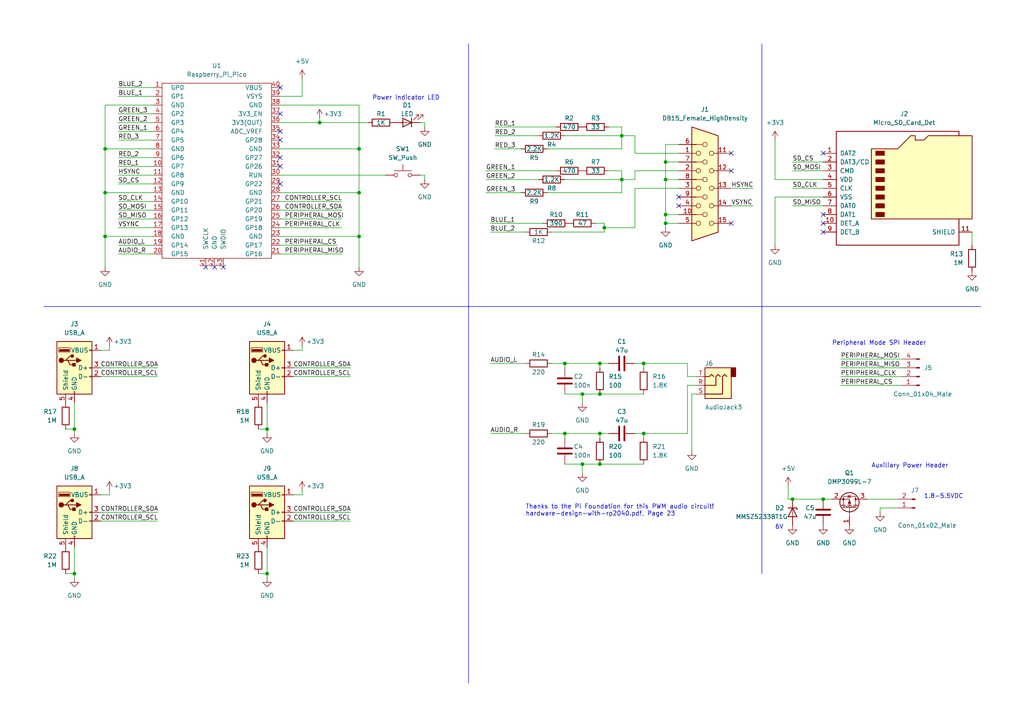
<source format=kicad_sch>
(kicad_sch (version 20230121) (generator eeschema)
  (paper "A4")
  (title_block (title "pico-vga") (rev "2"))
  (lib_symbols
    (symbol "Connector:AudioJack3"
      (property "Reference" "J" (at 0 8.89 0))
      (property "Value" "AudioJack3" (at 0 6.35 0))
      (symbol "AudioJack3_0_1"
        (rectangle (start -5.08 -5.08) (end -6.35 -2.54) (stroke (width 0.254)) (fill (type outline)))
        (polyline (pts (xy 0 -2.54) (xy 0.635 -3.175) (xy 1.27 -2.54) (xy 2.54 -2.54)) (stroke (width 0.254)))
        (polyline (pts (xy -1.905 -2.54) (xy -1.27 -3.175) (xy -0.635 -2.54) (xy -0.635 0) (xy 2.54 0)) (stroke (width 0.254)))
        (polyline (pts (xy 2.54 2.54) (xy -2.54 2.54) (xy -2.54 -2.54) (xy -3.175 -3.175) (xy -3.81 -2.54)) (stroke (width 0.254)))
        (rectangle (start 2.54 3.81) (end -5.08 -5.08) (stroke (width 0.254)) (fill (type background)))
      )
      (symbol "AudioJack3_1_1"
        (pin passive line (at 5.08 0 180) (length 2.54) (name "~") (number "R"))
        (pin passive line (at 5.08 2.54 180) (length 2.54) (name "~") (number "S"))
        (pin passive line (at 5.08 -2.54 180) (length 2.54) (name "~") (number "T"))
      )
    )
    (symbol "Connector:Conn_01x02_Male" (pin_names (offset 1.016) hide)
      (property "Reference" "J" (at 0 2.54 0))
      (property "Value" "Conn_01x02_Male" (at 0 -5.08 0))
      (symbol "Conn_01x02_Male_1_1"
        (polyline (pts (xy 1.27 -2.54) (xy 0.8636 -2.54)) (stroke (width 0.1524)))
        (polyline (pts (xy 1.27 0) (xy 0.8636 0)) (stroke (width 0.1524)))
        (rectangle (start 0.8636 -2.413) (end 0 -2.667) (stroke (width 0.1524)) (fill (type outline)))
        (rectangle (start 0.8636 0.127) (end 0 -0.127) (stroke (width 0.1524)) (fill (type outline)))
        (pin passive line (at 5.08 0 180) (length 3.81) (name "Pin_1") (number "1"))
        (pin passive line (at 5.08 -2.54 180) (length 3.81) (name "Pin_2") (number "2"))
      )
    )
    (symbol "Connector:Conn_01x04_Male" (pin_names (offset 1.016) hide)
      (property "Reference" "J" (at 0 5.08 0))
      (property "Value" "Conn_01x04_Male" (at 0 -7.62 0))
      (symbol "Conn_01x04_Male_1_1"
        (polyline (pts (xy 1.27 -5.08) (xy 0.8636 -5.08)) (stroke (width 0.1524)))
        (polyline (pts (xy 1.27 -2.54) (xy 0.8636 -2.54)) (stroke (width 0.1524)))
        (polyline (pts (xy 1.27 0) (xy 0.8636 0)) (stroke (width 0.1524)))
        (polyline (pts (xy 1.27 2.54) (xy 0.8636 2.54)) (stroke (width 0.1524)))
        (rectangle (start 0.8636 -4.953) (end 0 -5.207) (stroke (width 0.1524)) (fill (type outline)))
        (rectangle (start 0.8636 -2.413) (end 0 -2.667) (stroke (width 0.1524)) (fill (type outline)))
        (rectangle (start 0.8636 0.127) (end 0 -0.127) (stroke (width 0.1524)) (fill (type outline)))
        (rectangle (start 0.8636 2.667) (end 0 2.413) (stroke (width 0.1524)) (fill (type outline)))
        (pin passive line (at 5.08 2.54 180) (length 3.81) (name "Pin_1") (number "1"))
        (pin passive line (at 5.08 0 180) (length 3.81) (name "Pin_2") (number "2"))
        (pin passive line (at 5.08 -2.54 180) (length 3.81) (name "Pin_3") (number "3"))
        (pin passive line (at 5.08 -5.08 180) (length 3.81) (name "Pin_4") (number "4"))
      )
    )
    (symbol "Connector:DB15_Female_HighDensity" (pin_names (offset 1.016) hide)
      (property "Reference" "J" (at 0 21.59 0))
      (property "Value" "DB15_Female_HighDensity" (at 0 19.05 0))
      (symbol "DB15_Female_HighDensity_0_1"
        (circle (center -1.905 -10.16) (radius 0.635))
        (circle (center -1.905 -5.08) (radius 0.635))
        (circle (center -1.905 0) (radius 0.635))
        (circle (center -1.905 5.08) (radius 0.635))
        (circle (center -1.905 10.16) (radius 0.635))
        (circle (center 0 -7.62) (radius 0.635))
        (circle (center 0 -2.54) (radius 0.635))
        (polyline (pts (xy -3.175 7.62) (xy -0.635 7.62)))
        (polyline (pts (xy -0.635 -7.62) (xy -3.175 -7.62)))
        (polyline (pts (xy -0.635 -2.54) (xy -3.175 -2.54)))
        (polyline (pts (xy -0.635 2.54) (xy -3.175 2.54)))
        (polyline (pts (xy -0.635 12.7) (xy -3.175 12.7)))
        (polyline (pts (xy -3.81 17.78) (xy -3.81 -15.24) (xy 3.81 -12.7) (xy 3.81 15.24) (xy -3.81 17.78)) (stroke (width 0.254)) (fill (type background)))
        (circle (center 0 2.54) (radius 0.635))
        (circle (center 0 7.62) (radius 0.635))
        (circle (center 0 12.7) (radius 0.635))
        (circle (center 1.905 -10.16) (radius 0.635))
        (circle (center 1.905 -5.08) (radius 0.635))
        (circle (center 1.905 0) (radius 0.635))
        (circle (center 1.905 5.08) (radius 0.635))
        (circle (center 1.905 10.16) (radius 0.635))
      )
      (symbol "DB15_Female_HighDensity_1_1"
        (pin passive line (at -7.62 10.16 0) (length 5.08) (name "~") (number "1"))
        (pin passive line (at -7.62 -7.62 0) (length 5.08) (name "~") (number "10"))
        (pin passive line (at 7.62 10.16 180) (length 5.08) (name "~") (number "11"))
        (pin passive line (at 7.62 5.08 180) (length 5.08) (name "~") (number "12"))
        (pin passive line (at 7.62 0 180) (length 5.08) (name "~") (number "13"))
        (pin passive line (at 7.62 -5.08 180) (length 5.08) (name "~") (number "14"))
        (pin passive line (at 7.62 -10.16 180) (length 5.08) (name "~") (number "15"))
        (pin passive line (at -7.62 5.08 0) (length 5.08) (name "~") (number "2"))
        (pin passive line (at -7.62 0 0) (length 5.08) (name "~") (number "3"))
        (pin passive line (at -7.62 -5.08 0) (length 5.08) (name "~") (number "4"))
        (pin passive line (at -7.62 -10.16 0) (length 5.08) (name "~") (number "5"))
        (pin passive line (at -7.62 12.7 0) (length 5.08) (name "~") (number "6"))
        (pin passive line (at -7.62 7.62 0) (length 5.08) (name "~") (number "7"))
        (pin passive line (at -7.62 2.54 0) (length 5.08) (name "~") (number "8"))
        (pin passive line (at -7.62 -2.54 0) (length 5.08) (name "~") (number "9"))
      )
    )
    (symbol "Connector:Micro_SD_Card_Det" (pin_names (offset 1.016))
      (property "Reference" "J" (at -16.51 17.78 0))
      (property "Value" "Micro_SD_Card_Det" (at 16.51 17.78 0))
      (symbol "Micro_SD_Card_Det_0_1"
        (rectangle (start -7.62 -6.985) (end -5.08 -8.255) (fill (type outline)))
        (rectangle (start -7.62 -4.445) (end -5.08 -5.715) (fill (type outline)))
        (rectangle (start -7.62 -1.905) (end -5.08 -3.175) (fill (type outline)))
        (rectangle (start -7.62 0.635) (end -5.08 -0.635) (fill (type outline)))
        (rectangle (start -7.62 3.175) (end -5.08 1.905) (fill (type outline)))
        (rectangle (start -7.62 5.715) (end -5.08 4.445) (fill (type outline)))
        (rectangle (start -7.62 8.255) (end -5.08 6.985) (fill (type outline)))
        (rectangle (start -7.62 10.795) (end -5.08 9.525) (fill (type outline)))
        (polyline (pts (xy 16.51 15.24) (xy 16.51 16.51) (xy -19.05 16.51) (xy -19.05 -16.51) (xy 16.51 -16.51) (xy 16.51 -8.89)) (stroke (width 0.254)))
        (polyline (pts (xy -8.89 -8.89) (xy -8.89 11.43) (xy -1.27 11.43) (xy 2.54 15.24) (xy 3.81 15.24) (xy 3.81 13.97) (xy 6.35 13.97) (xy 7.62 15.24) (xy 20.32 15.24) (xy 20.32 -8.89) (xy -8.89 -8.89)) (stroke (width 0.254)) (fill (type background)))
      )
      (symbol "Micro_SD_Card_Det_1_1"
        (pin bidirectional line (at -22.86 10.16 0) (length 3.81) (name "DAT2") (number "1"))
        (pin passive line (at -22.86 -10.16 0) (length 3.81) (name "DET_A") (number "10"))
        (pin passive line (at 20.32 -12.7 180) (length 3.81) (name "SHIELD") (number "11"))
        (pin bidirectional line (at -22.86 7.62 0) (length 3.81) (name "DAT3/CD") (number "2"))
        (pin input line (at -22.86 5.08 0) (length 3.81) (name "CMD") (number "3"))
        (pin power_in line (at -22.86 2.54 0) (length 3.81) (name "VDD") (number "4"))
        (pin input line (at -22.86 0 0) (length 3.81) (name "CLK") (number "5"))
        (pin power_in line (at -22.86 -2.54 0) (length 3.81) (name "VSS") (number "6"))
        (pin bidirectional line (at -22.86 -5.08 0) (length 3.81) (name "DAT0") (number "7"))
        (pin bidirectional line (at -22.86 -7.62 0) (length 3.81) (name "DAT1") (number "8"))
        (pin passive line (at -22.86 -12.7 0) (length 3.81) (name "DET_B") (number "9"))
      )
    )
    (symbol "Connector:USB_A" (pin_names (offset 1.016))
      (property "Reference" "J" (at -5.08 11.43 0))
      (property "Value" "USB_A" (at -5.08 8.89 0))
      (symbol "USB_A_0_1"
        (rectangle (start -5.08 -7.62) (end 5.08 7.62) (stroke (width 0.254)) (fill (type background)))
        (circle (center -3.81 2.159) (radius 0.635) (stroke (width 0.254)) (fill (type outline)))
        (rectangle (start -1.524 4.826) (end -4.318 5.334) (fill (type outline)))
        (rectangle (start -1.27 4.572) (end -4.572 5.842))
        (circle (center -0.635 3.429) (radius 0.381) (stroke (width 0.254)) (fill (type outline)))
        (rectangle (start -0.127 -7.62) (end 0.127 -6.858))
        (polyline (pts (xy -3.175 2.159) (xy -2.54 2.159) (xy -1.27 3.429) (xy -0.635 3.429)) (stroke (width 0.254)))
        (polyline (pts (xy -2.54 2.159) (xy -1.905 2.159) (xy -1.27 0.889) (xy 0 0.889)) (stroke (width 0.254)))
        (polyline (pts (xy 0.635 2.794) (xy 0.635 1.524) (xy 1.905 2.159) (xy 0.635 2.794)) (stroke (width 0.254)) (fill (type outline)))
        (rectangle (start 0.254 1.27) (end -0.508 0.508) (stroke (width 0.254)) (fill (type outline)))
        (rectangle (start 5.08 -2.667) (end 4.318 -2.413))
        (rectangle (start 5.08 -0.127) (end 4.318 0.127))
        (rectangle (start 5.08 4.953) (end 4.318 5.207))
      )
      (symbol "USB_A_1_1"
        (polyline (pts (xy -1.905 2.159) (xy 0.635 2.159)) (stroke (width 0.254)))
        (pin power_in line (at 7.62 5.08 180) (length 2.54) (name "VBUS") (number "1"))
        (pin bidirectional line (at 7.62 -2.54 180) (length 2.54) (name "D-") (number "2"))
        (pin bidirectional line (at 7.62 0 180) (length 2.54) (name "D+") (number "3"))
        (pin power_in line (at 0 -10.16 90) (length 2.54) (name "GND") (number "4"))
        (pin passive line (at -2.54 -10.16 90) (length 2.54) (name "Shield") (number "5"))
      )
    )
    (symbol "Device:C" (pin_numbers hide) (pin_names (offset 0.254))
      (property "Reference" "C" (at 0.635 2.54 0))
      (property "Value" "C" (at 0.635 -2.54 0))
      (symbol "C_0_1"
        (polyline (pts (xy -2.032 -0.762) (xy 2.032 -0.762)) (stroke (width 0.508)))
        (polyline (pts (xy -2.032 0.762) (xy 2.032 0.762)) (stroke (width 0.508)))
      )
      (symbol "C_1_1"
        (pin passive line (at 0 3.81 270) (length 2.794) (name "~") (number "1"))
        (pin passive line (at 0 -3.81 90) (length 2.794) (name "~") (number "2"))
      )
    )
    (symbol "Device:D_Zener" (pin_numbers hide) (pin_names (offset 1.016) hide)
      (property "Reference" "D" (at 0 2.54 0))
      (property "Value" "D_Zener" (at 0 -2.54 0))
      (symbol "D_Zener_0_1"
        (polyline (pts (xy 1.27 0) (xy -1.27 0)))
        (polyline (pts (xy -1.27 -1.27) (xy -1.27 1.27) (xy -0.762 1.27)) (stroke (width 0.254)))
        (polyline (pts (xy 1.27 -1.27) (xy 1.27 1.27) (xy -1.27 0) (xy 1.27 -1.27)) (stroke (width 0.254)))
      )
      (symbol "D_Zener_1_1"
        (pin passive line (at -3.81 0 0) (length 2.54) (name "K") (number "1"))
        (pin passive line (at 3.81 0 180) (length 2.54) (name "A") (number "2"))
      )
    )
    (symbol "Device:LED" (pin_numbers hide) (pin_names (offset 1.016) hide)
      (property "Reference" "D" (at 0 2.54 0))
      (property "Value" "LED" (at 0 -2.54 0))
      (symbol "LED_0_1"
        (polyline (pts (xy -1.27 -1.27) (xy -1.27 1.27)) (stroke (width 0.254)))
        (polyline (pts (xy -1.27 0) (xy 1.27 0)))
        (polyline (pts (xy 1.27 -1.27) (xy 1.27 1.27) (xy -1.27 0) (xy 1.27 -1.27)) (stroke (width 0.254)))
        (polyline (pts (xy -3.048 -0.762) (xy -4.572 -2.286) (xy -3.81 -2.286) (xy -4.572 -2.286) (xy -4.572 -1.524)))
        (polyline (pts (xy -1.778 -0.762) (xy -3.302 -2.286) (xy -2.54 -2.286) (xy -3.302 -2.286) (xy -3.302 -1.524)))
      )
      (symbol "LED_1_1"
        (pin passive line (at -3.81 0 0) (length 2.54) (name "K") (number "1"))
        (pin passive line (at 3.81 0 180) (length 2.54) (name "A") (number "2"))
      )
    )
    (symbol "Device:Q_PMOS_GSD" (pin_names (offset 0) hide)
      (property "Reference" "Q" (at 5.08 1.27 0))
      (property "Value" "Q_PMOS_GSD" (at 5.08 -1.27 0))
      (symbol "Q_PMOS_GSD_0_1"
        (polyline (pts (xy 0.254 0) (xy -2.54 0)))
        (polyline (pts (xy 0.254 1.905) (xy 0.254 -1.905)) (stroke (width 0.254)))
        (polyline (pts (xy 0.762 -1.27) (xy 0.762 -2.286)) (stroke (width 0.254)))
        (polyline (pts (xy 0.762 0.508) (xy 0.762 -0.508)) (stroke (width 0.254)))
        (polyline (pts (xy 0.762 2.286) (xy 0.762 1.27)) (stroke (width 0.254)))
        (polyline (pts (xy 2.54 2.54) (xy 2.54 1.778)))
        (polyline (pts (xy 2.54 -2.54) (xy 2.54 0) (xy 0.762 0)))
        (polyline (pts (xy 0.762 1.778) (xy 3.302 1.778) (xy 3.302 -1.778) (xy 0.762 -1.778)))
        (polyline (pts (xy 2.286 0) (xy 1.27 0.381) (xy 1.27 -0.381) (xy 2.286 0)) (fill (type outline)))
        (polyline (pts (xy 2.794 -0.508) (xy 2.921 -0.381) (xy 3.683 -0.381) (xy 3.81 -0.254)))
        (polyline (pts (xy 3.302 -0.381) (xy 2.921 0.254) (xy 3.683 0.254) (xy 3.302 -0.381)))
        (circle (center 1.651 0) (radius 2.794) (stroke (width 0.254)))
        (circle (center 2.54 -1.778) (radius 0.254) (fill (type outline)))
        (circle (center 2.54 1.778) (radius 0.254) (fill (type outline)))
      )
      (symbol "Q_PMOS_GSD_1_1"
        (pin input line (at -5.08 0 0) (length 2.54) (name "G") (number "1"))
        (pin passive line (at 2.54 -5.08 90) (length 2.54) (name "S") (number "2"))
        (pin passive line (at 2.54 5.08 270) (length 2.54) (name "D") (number "3"))
      )
    )
    (symbol "Device:R" (pin_numbers hide) (pin_names (offset 0))
      (property "Reference" "R" (at 2.032 0 90))
      (property "Value" "R" (at 0 0 90))
      (symbol "R_0_1"
        (rectangle (start -1.016 -2.54) (end 1.016 2.54) (stroke (width 0.254)))
      )
      (symbol "R_1_1"
        (pin passive line (at 0 3.81 270) (length 1.27) (name "~") (number "1"))
        (pin passive line (at 0 -3.81 90) (length 1.27) (name "~") (number "2"))
      )
    )
    (symbol "Switch:SW_Push" (pin_numbers hide) (pin_names (offset 1.016) hide)
      (property "Reference" "SW" (at 1.27 2.54 0))
      (property "Value" "SW_Push" (at 0 -1.524 0))
      (symbol "SW_Push_0_1"
        (circle (center -2.032 0) (radius 0.508))
        (polyline (pts (xy 0 1.27) (xy 0 3.048)))
        (polyline (pts (xy 2.54 1.27) (xy -2.54 1.27)))
        (circle (center 2.032 0) (radius 0.508))
        (pin passive line (at -5.08 0 0) (length 2.54) (name "1") (number "1"))
        (pin passive line (at 5.08 0 180) (length 2.54) (name "2") (number "2"))
      )
    )
    (symbol "pico-vga:Raspberry_Pi_Pico" (pin_names (offset 2.54))
      (property "Reference" "U" (at 13.97 -38.1 0))
      (property "Value" "Raspberry_Pi_Pico" (at 15.24 -26.67 90))
      (symbol "Raspberry_Pi_Pico_0_1"
        (rectangle (start 0 0) (end 31.75 -50.8))
      )
      (symbol "Raspberry_Pi_Pico_1_1"
        (pin bidirectional line (at -2.54 -1.27 0) (length 2.54) (name "GP0") (number "1"))
        (pin bidirectional line (at -2.54 -24.13 0) (length 2.54) (name "GP7") (number "10"))
        (pin bidirectional line (at -2.54 -26.67 0) (length 2.54) (name "GP8") (number "11"))
        (pin bidirectional line (at -2.54 -29.21 0) (length 2.54) (name "GP9") (number "12"))
        (pin bidirectional line (at -2.54 -31.75 0) (length 2.54) (name "GND") (number "13"))
        (pin bidirectional line (at -2.54 -34.29 0) (length 2.54) (name "GP10") (number "14"))
        (pin bidirectional line (at -2.54 -36.83 0) (length 2.54) (name "GP11") (number "15"))
        (pin bidirectional line (at -2.54 -39.37 0) (length 2.54) (name "GP12") (number "16"))
        (pin bidirectional line (at -2.54 -41.91 0) (length 2.54) (name "GP13") (number "17"))
        (pin bidirectional line (at -2.54 -44.45 0) (length 2.54) (name "GND") (number "18"))
        (pin bidirectional line (at -2.54 -46.99 0) (length 2.54) (name "GP14") (number "19"))
        (pin bidirectional line (at -2.54 -3.81 0) (length 2.54) (name "GP1") (number "2"))
        (pin bidirectional line (at -2.54 -49.53 0) (length 2.54) (name "GP15") (number "20"))
        (pin bidirectional line (at 34.29 -49.53 180) (length 2.54) (name "GP16") (number "21"))
        (pin bidirectional line (at 34.29 -46.99 180) (length 2.54) (name "GP17") (number "22"))
        (pin bidirectional line (at 34.29 -44.45 180) (length 2.54) (name "GND") (number "23"))
        (pin bidirectional line (at 34.29 -41.91 180) (length 2.54) (name "GP18") (number "24"))
        (pin bidirectional line (at 34.29 -39.37 180) (length 2.54) (name "GP19") (number "25"))
        (pin bidirectional line (at 34.29 -36.83 180) (length 2.54) (name "GP20") (number "26"))
        (pin bidirectional line (at 34.29 -34.29 180) (length 2.54) (name "GP21") (number "27"))
        (pin bidirectional line (at 34.29 -31.75 180) (length 2.54) (name "GND") (number "28"))
        (pin bidirectional line (at 34.29 -29.21 180) (length 2.54) (name "GP22") (number "29"))
        (pin bidirectional line (at -2.54 -6.35 0) (length 2.54) (name "GND") (number "3"))
        (pin input line (at 34.29 -26.67 180) (length 2.54) (name "RUN") (number "30"))
        (pin bidirectional line (at 34.29 -24.13 180) (length 2.54) (name "GP26") (number "31"))
        (pin bidirectional line (at 34.29 -21.59 180) (length 2.54) (name "GP27") (number "32"))
        (pin bidirectional line (at 34.29 -19.05 180) (length 2.54) (name "GND") (number "33"))
        (pin bidirectional line (at 34.29 -16.51 180) (length 2.54) (name "GP28") (number "34"))
        (pin input line (at 34.29 -13.97 180) (length 2.54) (name "ADC_VREF") (number "35"))
        (pin power_out line (at 34.29 -11.43 180) (length 2.54) (name "3V3(OUT)") (number "36"))
        (pin input line (at 34.29 -8.89 180) (length 2.54) (name "3V3_EN") (number "37"))
        (pin bidirectional line (at 34.29 -6.35 180) (length 2.54) (name "GND") (number "38"))
        (pin power_in line (at 34.29 -3.81 180) (length 2.54) (name "VSYS") (number "39"))
        (pin bidirectional line (at -2.54 -8.89 0) (length 2.54) (name "GP2") (number "4"))
        (pin power_in line (at 34.29 -1.27 180) (length 2.54) (name "VBUS") (number "40"))
        (pin input line (at 12.7 -53.34 90) (length 2.54) (name "SWCLK") (number "41"))
        (pin power_in line (at 15.24 -53.34 90) (length 2.54) (name "GND") (number "42"))
        (pin input line (at 17.78 -53.34 90) (length 2.54) (name "SWDIO") (number "43"))
        (pin bidirectional line (at -2.54 -11.43 0) (length 2.54) (name "GP3") (number "5"))
        (pin bidirectional line (at -2.54 -13.97 0) (length 2.54) (name "GP4") (number "6"))
        (pin bidirectional line (at -2.54 -16.51 0) (length 2.54) (name "GP5") (number "7"))
        (pin bidirectional line (at -2.54 -19.05 0) (length 2.54) (name "GND") (number "8"))
        (pin bidirectional line (at -2.54 -21.59 0) (length 2.54) (name "GP6") (number "9"))
      )
    )
    (symbol "power:+3V3" (power) (pin_names (offset 0))
      (property "Value" "+3V3" (at 0 3.556 0))
      (symbol "+3V3_0_1"
        (polyline (pts (xy -0.762 1.27) (xy 0 2.54)))
        (polyline (pts (xy 0 0) (xy 0 2.54)))
        (polyline (pts (xy 0 2.54) (xy 0.762 1.27)))
      )
      (symbol "+3V3_1_1"
        (pin power_in line (at 0 0 90) (length 0) hide (name "+3V3") (number "1"))
      )
    )
    (symbol "power:+5V" (power) (pin_names (offset 0))
      (property "Value" "+5V" (at 0 3.556 0))
      (symbol "+5V_0_1"
        (polyline (pts (xy -0.762 1.27) (xy 0 2.54)))
        (polyline (pts (xy 0 0) (xy 0 2.54)))
        (polyline (pts (xy 0 2.54) (xy 0.762 1.27)))
      )
      (symbol "+5V_1_1"
        (pin power_in line (at 0 0 90) (length 0) hide (name "+5V") (number "1"))
      )
    )
    (symbol "power:GND" (power) (pin_names (offset 0))
      (property "Value" "GND" (at 0 -3.81 0))
      (symbol "GND_0_1"
        (polyline (pts (xy 0 0) (xy 0 -1.27) (xy 1.27 -1.27) (xy 0 -2.54) (xy -1.27 -1.27) (xy 0 -1.27)))
      )
      (symbol "GND_1_1"
        (pin power_in line (at 0 0 270) (length 0) hide (name "GND") (number "1"))
      )
    )
  )
  (junction (at 30.48 43.18))
  (junction (at 30.48 55.88))
  (junction (at 104.14 43.18))
  (junction (at 163.83 105.41))
  (junction (at 104.14 68.58))
  (junction (at 173.99 114.3))
  (junction (at 175.26 66.04))
  (junction (at 238.76 144.78))
  (junction (at 180.34 52.07))
  (junction (at 229.87 144.78))
  (junction (at 30.48 68.58))
  (junction (at 173.99 134.62))
  (junction (at 163.83 125.73))
  (junction (at 104.14 55.88))
  (junction (at 173.99 105.41))
  (junction (at 186.69 125.73))
  (junction (at 21.59 166.37))
  (junction (at 92.71 35.56))
  (junction (at 193.04 52.07))
  (junction (at 21.59 124.46))
  (junction (at 168.91 134.62))
  (junction (at 186.69 105.41))
  (junction (at 193.04 64.77))
  (junction (at 77.47 166.37))
  (junction (at 168.91 114.3))
  (junction (at 180.34 39.37))
  (junction (at 193.04 62.23))
  (junction (at 77.47 124.46))
  (junction (at 193.04 46.99))
  (junction (at 173.99 125.73))
  (no_connect (at 212.09 64.77))
  (no_connect (at 212.09 49.53))
  (no_connect (at 238.76 67.31))
  (no_connect (at 238.76 64.77))
  (no_connect (at 59.69 77.47))
  (no_connect (at 62.23 77.47))
  (no_connect (at 64.77 77.47))
  (no_connect (at 196.85 59.69))
  (no_connect (at 81.28 40.64))
  (no_connect (at 81.28 45.72))
  (no_connect (at 81.28 48.26))
  (no_connect (at 81.28 53.34))
  (no_connect (at 238.76 44.45))
  (no_connect (at 238.76 62.23))
  (no_connect (at 196.85 57.15))
  (no_connect (at 81.28 25.4))
  (no_connect (at 81.28 33.02))
  (no_connect (at 81.28 38.1))
  (no_connect (at 212.09 44.45))
  (wire (pts (xy 173.99 125.73) (xy 176.53 125.73)))
  (wire (pts (xy 175.26 66.04) (xy 175.26 67.31)))
  (wire (pts (xy 199.39 109.22) (xy 199.39 105.41)))
  (wire (pts (xy 186.69 105.41) (xy 186.69 106.68)))
  (wire (pts (xy 30.48 43.18) (xy 30.48 55.88)))
  (wire (pts (xy 193.04 46.99) (xy 196.85 46.99)))
  (wire (pts (xy 87.63 101.6) (xy 87.63 100.33)))
  (polyline (pts (xy 135.89 12.7) (xy 135.89 88.9)))
  (wire (pts (xy 229.87 59.69) (xy 238.76 59.69)))
  (wire (pts (xy 160.02 105.41) (xy 163.83 105.41)))
  (wire (pts (xy 81.28 58.42) (xy 99.06 58.42)))
  (wire (pts (xy 160.02 67.31) (xy 175.26 67.31)))
  (wire (pts (xy 77.47 158.75) (xy 77.47 166.37)))
  (wire (pts (xy 184.15 44.45) (xy 196.85 44.45)))
  (wire (pts (xy 196.85 41.91) (xy 193.04 41.91)))
  (wire (pts (xy 193.04 62.23) (xy 193.04 64.77)))
  (wire (pts (xy 180.34 49.53) (xy 180.34 52.07)))
  (wire (pts (xy 81.28 68.58) (xy 104.14 68.58)))
  (wire (pts (xy 34.29 73.66) (xy 44.45 73.66)))
  (wire (pts (xy 74.93 124.46) (xy 77.47 124.46)))
  (polyline (pts (xy 220.98 88.9) (xy 284.48 88.9)))
  (wire (pts (xy 85.09 109.22) (xy 101.6 109.22)))
  (wire (pts (xy 158.75 55.88) (xy 180.34 55.88)))
  (wire (pts (xy 34.29 40.64) (xy 44.45 40.64)))
  (wire (pts (xy 243.84 104.14) (xy 261.62 104.14)))
  (wire (pts (xy 229.87 144.78) (xy 238.76 144.78)))
  (wire (pts (xy 193.04 46.99) (xy 193.04 52.07)))
  (wire (pts (xy 81.28 63.5) (xy 99.06 63.5)))
  (wire (pts (xy 229.87 54.61) (xy 238.76 54.61)))
  (wire (pts (xy 81.28 35.56) (xy 92.71 35.56)))
  (wire (pts (xy 224.79 40.64) (xy 224.79 52.07)))
  (wire (pts (xy 87.63 22.86) (xy 87.63 27.94)))
  (wire (pts (xy 142.24 105.41) (xy 152.4 105.41)))
  (wire (pts (xy 121.92 35.56) (xy 123.19 35.56)))
  (wire (pts (xy 184.15 49.53) (xy 184.15 52.07)))
  (wire (pts (xy 77.47 166.37) (xy 77.47 167.64)))
  (wire (pts (xy 238.76 57.15) (xy 224.79 57.15)))
  (wire (pts (xy 81.28 30.48) (xy 104.14 30.48)))
  (wire (pts (xy 34.29 63.5) (xy 44.45 63.5)))
  (wire (pts (xy 142.24 64.77) (xy 157.48 64.77)))
  (wire (pts (xy 31.75 101.6) (xy 31.75 100.33)))
  (wire (pts (xy 143.51 39.37) (xy 156.21 39.37)))
  (wire (pts (xy 143.51 36.83) (xy 161.29 36.83)))
  (wire (pts (xy 81.28 71.12) (xy 97.79 71.12)))
  (wire (pts (xy 173.99 125.73) (xy 173.99 127)))
  (wire (pts (xy 34.29 66.04) (xy 44.45 66.04)))
  (wire (pts (xy 104.14 43.18) (xy 104.14 55.88)))
  (wire (pts (xy 163.83 105.41) (xy 163.83 106.68)))
  (wire (pts (xy 104.14 55.88) (xy 104.14 68.58)))
  (wire (pts (xy 201.93 114.3) (xy 200.66 114.3)))
  (wire (pts (xy 238.76 52.07) (xy 224.79 52.07)))
  (wire (pts (xy 193.04 66.04) (xy 193.04 64.77)))
  (wire (pts (xy 142.24 67.31) (xy 152.4 67.31)))
  (wire (pts (xy 142.24 125.73) (xy 152.4 125.73)))
  (wire (pts (xy 163.83 39.37) (xy 180.34 39.37)))
  (wire (pts (xy 228.6 140.97) (xy 228.6 144.78)))
  (wire (pts (xy 81.28 27.94) (xy 87.63 27.94)))
  (wire (pts (xy 87.63 143.51) (xy 87.63 142.24)))
  (wire (pts (xy 29.21 101.6) (xy 31.75 101.6)))
  (wire (pts (xy 34.29 48.26) (xy 44.45 48.26)))
  (wire (pts (xy 34.29 60.96) (xy 44.45 60.96)))
  (wire (pts (xy 255.27 147.32) (xy 255.27 148.59)))
  (wire (pts (xy 81.28 60.96) (xy 99.06 60.96)))
  (wire (pts (xy 243.84 111.76) (xy 261.62 111.76)))
  (wire (pts (xy 21.59 116.84) (xy 21.59 124.46)))
  (wire (pts (xy 184.15 66.04) (xy 175.26 66.04)))
  (wire (pts (xy 30.48 55.88) (xy 30.48 68.58)))
  (wire (pts (xy 160.02 125.73) (xy 163.83 125.73)))
  (wire (pts (xy 168.91 114.3) (xy 168.91 116.84)))
  (wire (pts (xy 200.66 114.3) (xy 200.66 130.81)))
  (wire (pts (xy 34.29 71.12) (xy 44.45 71.12)))
  (wire (pts (xy 30.48 43.18) (xy 44.45 43.18)))
  (wire (pts (xy 180.34 52.07) (xy 180.34 55.88)))
  (wire (pts (xy 201.93 109.22) (xy 199.39 109.22)))
  (wire (pts (xy 19.05 166.37) (xy 21.59 166.37)))
  (wire (pts (xy 201.93 111.76) (xy 199.39 111.76)))
  (wire (pts (xy 21.59 158.75) (xy 21.59 166.37)))
  (wire (pts (xy 199.39 111.76) (xy 199.39 125.73)))
  (wire (pts (xy 29.21 109.22) (xy 45.72 109.22)))
  (wire (pts (xy 196.85 54.61) (xy 184.15 54.61)))
  (wire (pts (xy 92.71 34.29) (xy 92.71 35.56)))
  (wire (pts (xy 29.21 143.51) (xy 31.75 143.51)))
  (wire (pts (xy 175.26 64.77) (xy 175.26 66.04)))
  (wire (pts (xy 163.83 125.73) (xy 173.99 125.73)))
  (wire (pts (xy 30.48 30.48) (xy 30.48 43.18)))
  (wire (pts (xy 85.09 101.6) (xy 87.63 101.6)))
  (wire (pts (xy 34.29 33.02) (xy 44.45 33.02)))
  (wire (pts (xy 180.34 36.83) (xy 180.34 39.37)))
  (wire (pts (xy 34.29 25.4) (xy 44.45 25.4)))
  (wire (pts (xy 29.21 106.68) (xy 45.72 106.68)))
  (wire (pts (xy 260.35 147.32) (xy 255.27 147.32)))
  (wire (pts (xy 29.21 148.59) (xy 45.72 148.59)))
  (wire (pts (xy 196.85 49.53) (xy 184.15 49.53)))
  (wire (pts (xy 140.97 52.07) (xy 156.21 52.07)))
  (wire (pts (xy 176.53 49.53) (xy 180.34 49.53)))
  (wire (pts (xy 81.28 55.88) (xy 104.14 55.88)))
  (wire (pts (xy 173.99 114.3) (xy 186.69 114.3)))
  (wire (pts (xy 251.46 144.78) (xy 260.35 144.78)))
  (wire (pts (xy 184.15 105.41) (xy 186.69 105.41)))
  (wire (pts (xy 180.34 39.37) (xy 180.34 43.18)))
  (wire (pts (xy 85.09 143.51) (xy 87.63 143.51)))
  (wire (pts (xy 121.92 50.8) (xy 123.19 50.8)))
  (wire (pts (xy 104.14 30.48) (xy 104.14 43.18)))
  (wire (pts (xy 193.04 52.07) (xy 193.04 62.23)))
  (wire (pts (xy 163.83 105.41) (xy 173.99 105.41)))
  (wire (pts (xy 193.04 64.77) (xy 196.85 64.77)))
  (wire (pts (xy 212.09 54.61) (xy 218.44 54.61)))
  (wire (pts (xy 158.75 43.18) (xy 180.34 43.18)))
  (wire (pts (xy 243.84 109.22) (xy 261.62 109.22)))
  (wire (pts (xy 193.04 52.07) (xy 196.85 52.07)))
  (wire (pts (xy 81.28 66.04) (xy 99.06 66.04)))
  (wire (pts (xy 163.83 134.62) (xy 168.91 134.62)))
  (wire (pts (xy 184.15 125.73) (xy 186.69 125.73)))
  (wire (pts (xy 173.99 134.62) (xy 186.69 134.62)))
  (wire (pts (xy 30.48 55.88) (xy 44.45 55.88)))
  (wire (pts (xy 281.94 71.12) (xy 281.94 67.31)))
  (wire (pts (xy 85.09 106.68) (xy 101.6 106.68)))
  (wire (pts (xy 30.48 68.58) (xy 30.48 77.47)))
  (wire (pts (xy 77.47 116.84) (xy 77.47 124.46)))
  (polyline (pts (xy 12.7 88.9) (xy 135.89 88.9)))
  (wire (pts (xy 81.28 73.66) (xy 99.06 73.66)))
  (wire (pts (xy 30.48 68.58) (xy 44.45 68.58)))
  (wire (pts (xy 180.34 39.37) (xy 184.15 39.37)))
  (wire (pts (xy 123.19 50.8) (xy 123.19 52.07)))
  (wire (pts (xy 31.75 143.51) (xy 31.75 142.24)))
  (wire (pts (xy 173.99 105.41) (xy 173.99 106.68)))
  (wire (pts (xy 81.28 50.8) (xy 111.76 50.8)))
  (wire (pts (xy 34.29 58.42) (xy 44.45 58.42)))
  (wire (pts (xy 168.91 134.62) (xy 168.91 137.16)))
  (wire (pts (xy 85.09 148.59) (xy 101.6 148.59)))
  (wire (pts (xy 34.29 45.72) (xy 44.45 45.72)))
  (wire (pts (xy 229.87 49.53) (xy 238.76 49.53)))
  (wire (pts (xy 34.29 35.56) (xy 44.45 35.56)))
  (polyline (pts (xy 220.98 88.9) (xy 220.98 166.37)))
  (wire (pts (xy 123.19 35.56) (xy 123.19 36.83)))
  (wire (pts (xy 140.97 55.88) (xy 151.13 55.88)))
  (wire (pts (xy 34.29 50.8) (xy 44.45 50.8)))
  (wire (pts (xy 163.83 125.73) (xy 163.83 127)))
  (wire (pts (xy 243.84 106.68) (xy 261.62 106.68)))
  (wire (pts (xy 34.29 53.34) (xy 44.45 53.34)))
  (wire (pts (xy 163.83 52.07) (xy 180.34 52.07)))
  (wire (pts (xy 224.79 57.15) (xy 224.79 71.12)))
  (wire (pts (xy 92.71 35.56) (xy 106.68 35.56)))
  (wire (pts (xy 21.59 166.37) (xy 21.59 167.64)))
  (wire (pts (xy 229.87 46.99) (xy 238.76 46.99)))
  (wire (pts (xy 143.51 43.18) (xy 151.13 43.18)))
  (wire (pts (xy 212.09 59.69) (xy 218.44 59.69)))
  (polyline (pts (xy 220.98 12.7) (xy 220.98 88.9)))
  (wire (pts (xy 168.91 114.3) (xy 173.99 114.3)))
  (wire (pts (xy 74.93 166.37) (xy 77.47 166.37)))
  (wire (pts (xy 168.91 134.62) (xy 173.99 134.62)))
  (wire (pts (xy 34.29 38.1) (xy 44.45 38.1)))
  (wire (pts (xy 238.76 144.78) (xy 241.3 144.78)))
  (wire (pts (xy 21.59 124.46) (xy 21.59 125.73)))
  (wire (pts (xy 199.39 125.73) (xy 186.69 125.73)))
  (wire (pts (xy 173.99 105.41) (xy 176.53 105.41)))
  (wire (pts (xy 104.14 68.58) (xy 104.14 77.47)))
  (wire (pts (xy 172.72 64.77) (xy 175.26 64.77)))
  (wire (pts (xy 199.39 105.41) (xy 186.69 105.41)))
  (wire (pts (xy 228.6 144.78) (xy 229.87 144.78)))
  (wire (pts (xy 184.15 54.61) (xy 184.15 66.04)))
  (wire (pts (xy 196.85 62.23) (xy 193.04 62.23)))
  (wire (pts (xy 176.53 36.83) (xy 180.34 36.83)))
  (wire (pts (xy 85.09 151.13) (xy 101.6 151.13)))
  (wire (pts (xy 30.48 30.48) (xy 44.45 30.48)))
  (wire (pts (xy 184.15 39.37) (xy 184.15 44.45)))
  (wire (pts (xy 34.29 27.94) (xy 44.45 27.94)))
  (wire (pts (xy 193.04 41.91) (xy 193.04 46.99)))
  (wire (pts (xy 29.21 151.13) (xy 45.72 151.13)))
  (polyline (pts (xy 135.89 88.9) (xy 220.98 88.9)))
  (wire (pts (xy 19.05 124.46) (xy 21.59 124.46)))
  (wire (pts (xy 186.69 125.73) (xy 186.69 127)))
  (wire (pts (xy 140.97 49.53) (xy 161.29 49.53)))
  (polyline (pts (xy 135.89 88.9) (xy 135.89 198.12)))
  (wire (pts (xy 184.15 52.07) (xy 180.34 52.07)))
  (wire (pts (xy 77.47 124.46) (xy 77.47 125.73)))
  (wire (pts (xy 81.28 43.18) (xy 104.14 43.18)))
  (wire (pts (xy 163.83 114.3) (xy 168.91 114.3)))
  (text "Auxiliary Power Header" (at 252.73 135.89 0) (effects (font (size 1.27 1.27)) (justify left bottom)))
  (text "Peripheral Mode SPI Header" (at 241.3 100.33 0) (effects (font (size 1.27 1.27)) (justify left bottom)))
  (text "Thanks to the Pi Foundation for this PWM audio circuit!\nhardware-design-with-rp2040.pdf, Page 23" (at 152.4 149.86 0) (effects (font (size 1.27 1.27)) (justify left bottom)))
  (text "Power Indicator LED" (at 107.95 29.21 0) (effects (font (size 1.27 1.27)) (justify left bottom)))
  (text "1.8-5.5VDC" (at 267.97 144.78 0) (effects (font (size 1.27 1.27)) (justify left bottom)))
  (text "6V" (at 224.79 153.67 0) (effects (font (size 1.27 1.27)) (justify left bottom)))
  (label "GREEN_2" (at 34.29 35.56 0))
  (label "SD_CLK" (at 229.87 54.61 0))
  (label "RED_1" (at 34.29 48.26 0))
  (label "GREEN_1" (at 140.97 49.53 0))
  (label "PERIPHERAL_MOSI" (at 82.55 63.5 0))
  (label "PERIPHERAL_CLK" (at 82.55 66.04 0))
  (label "PERIPHERAL_MOSI" (at 243.84 104.14 0))
  (label "BLUE_2" (at 34.29 25.4 0))
  (label "SD_CS" (at 229.87 46.99 0))
  (label "SD_MOSI" (at 34.29 60.96 0))
  (label "CONTROLLER_SCL" (at 85.09 151.13 0))
  (label "HSYNC" (at 212.09 54.61 0))
  (label "VSYNC" (at 34.29 66.04 0))
  (label "SD_CS" (at 34.29 53.34 0))
  (label "RED_3" (at 143.51 43.18 0))
  (label "PERIPHERAL_MISO" (at 82.55 73.66 0))
  (label "CONTROLLER_SDA" (at 29.21 106.68 0))
  (label "CONTROLLER_SDA" (at 29.21 148.59 0))
  (label "GREEN_3" (at 140.97 55.88 0))
  (label "CONTROLLER_SDA" (at 82.55 60.96 0))
  (label "RED_2" (at 34.29 45.72 0))
  (label "CONTROLLER_SDA" (at 85.09 106.68 0))
  (label "CONTROLLER_SCL" (at 82.55 58.42 0))
  (label "AUDIO_L" (at 34.29 71.12 0))
  (label "BLUE_1" (at 34.29 27.94 0))
  (label "PERIPHERAL_CLK" (at 243.84 109.22 0))
  (label "PERIPHERAL_CS" (at 82.55 71.12 0))
  (label "AUDIO_R" (at 34.29 73.66 0))
  (label "SD_MISO" (at 34.29 63.5 0))
  (label "AUDIO_L" (at 142.24 105.41 0))
  (label "BLUE_2" (at 142.24 67.31 0))
  (label "CONTROLLER_SCL" (at 29.21 109.22 0))
  (label "SD_MISO" (at 229.87 59.69 0))
  (label "RED_3" (at 34.29 40.64 0))
  (label "AUDIO_R" (at 142.24 125.73 0))
  (label "CONTROLLER_SCL" (at 29.21 151.13 0))
  (label "PERIPHERAL_CS" (at 243.84 111.76 0))
  (label "VSYNC" (at 212.09 59.69 0))
  (label "GREEN_3" (at 34.29 33.02 0))
  (label "CONTROLLER_SCL" (at 85.09 109.22 0))
  (label "CONTROLLER_SDA" (at 85.09 148.59 0))
  (label "PERIPHERAL_MISO" (at 243.84 106.68 0))
  (label "RED_2" (at 143.51 39.37 0))
  (label "HSYNC" (at 34.29 50.8 0))
  (label "RED_1" (at 143.51 36.83 0))
  (label "SD_CLK" (at 34.29 58.42 0))
  (label "GREEN_2" (at 140.97 52.07 0))
  (label "BLUE_1" (at 142.24 64.77 0))
  (label "SD_MOSI" (at 229.87 49.53 0))
  (label "GREEN_1" (at 34.29 38.1 0))
  (symbol (lib_id "power:GND") (at 123.19 36.83 0) (unit 1)
    (property "Reference" "#PWR03" (effects hide))
    (property "Value" "GND" (at 123.19 41.91 0))
  )
  (symbol (lib_id "Device:R") (at 168.91 64.77 90) (unit 1)
    (property "Reference" "R11" (at 168.91 62.23 90))
    (property "Value" "47" (at 168.91 64.77 90))
    (property "Footprint" "Resistor_SMD:R_0805_2012Metric_Pad1.20x1.40mm_HandSolder" (effects hide))
  )
  (symbol (lib_id "Device:R") (at 74.93 162.56 0) (mirror x) (unit 1)
    (property "Reference" "R23" (at 72.39 161.2899 0) (effects (justify right)))
    (property "Value" "1M" (at 72.39 163.8299 0) (effects (justify right)))
    (property "Footprint" "Resistor_SMD:R_0805_2012Metric_Pad1.20x1.40mm_HandSolder" (effects hide))
  )
  (symbol (lib_id "Connector:USB_A") (at 77.47 106.68 0) (unit 1)
    (property "Reference" "J4" (at 77.47 93.98 0))
    (property "Value" "USB_A" (at 77.47 96.52 0))
    (property "Footprint" "Connector_USB:USB_A_Molex_67643_Horizontal" (effects hide))
    (property "Datasheet" " ~" (effects hide))
    (property "Part Number" "USB-A1HSB6" (effects hide))
  )
  (symbol (lib_id "Connector:Micro_SD_Card_Det") (at 261.62 54.61 0) (unit 1)
    (property "Reference" "J2" (at 262.255 33.02 0))
    (property "Value" "Micro_SD_Card_Det" (at 262.255 35.56 0))
    (property "Footprint" "pico-vga:MEM2061-01-188-00-A_GCT" (effects hide))
    (property "Datasheet" "https://www.hirose.com/product/en/download_file/key_name/DM3/category/Catalog/doc_file_id/49662/?file_category_id=4&item_id=195&is_series=1" (effects hide))
  )
  (symbol (lib_id "Connector:USB_A") (at 21.59 106.68 0) (unit 1)
    (property "Reference" "J3" (at 21.59 93.98 0))
    (property "Value" "USB_A" (at 21.59 96.52 0))
    (property "Footprint" "Connector_USB:USB_A_Molex_67643_Horizontal" (effects hide))
    (property "Datasheet" " ~" (effects hide))
    (property "Part Number" "USB-A1HSB6" (effects hide))
  )
  (symbol (lib_id "Device:R") (at 156.21 105.41 90) (unit 1)
    (property "Reference" "R14" (at 156.21 102.87 90))
    (property "Value" "220" (at 156.21 107.95 90))
    (property "Footprint" "Resistor_SMD:R_0805_2012Metric_Pad1.20x1.40mm_HandSolder" (effects hide))
  )
  (symbol (lib_id "Device:R") (at 74.93 120.65 0) (mirror x) (unit 1)
    (property "Reference" "R18" (at 72.39 119.3799 0) (effects (justify right)))
    (property "Value" "1M" (at 72.39 121.9199 0) (effects (justify right)))
    (property "Footprint" "Resistor_SMD:R_0805_2012Metric_Pad1.20x1.40mm_HandSolder" (effects hide))
  )
  (symbol (lib_id "Device:R") (at 172.72 49.53 90) (unit 1)
    (property "Reference" "R7" (at 172.72 46.99 90))
    (property "Value" "33" (at 172.72 49.53 90))
    (property "Footprint" "Resistor_SMD:R_0805_2012Metric_Pad1.20x1.40mm_HandSolder" (effects hide))
  )
  (symbol (lib_id "Device:R") (at 154.94 43.18 90) (mirror x) (unit 1)
    (property "Reference" "R5" (at 154.94 45.72 90))
    (property "Value" "2.2K" (at 154.94 43.18 90))
    (property "Footprint" "Resistor_SMD:R_0805_2012Metric_Pad1.20x1.40mm_HandSolder" (effects hide))
  )
  (symbol (lib_id "Device:R") (at 156.21 125.73 90) (unit 1)
    (property "Reference" "R19" (at 156.21 123.19 90))
    (property "Value" "220" (at 156.21 128.27 90))
    (property "Footprint" "Resistor_SMD:R_0805_2012Metric_Pad1.20x1.40mm_HandSolder" (effects hide))
  )
  (symbol (lib_id "power:+3V3") (at 224.79 40.64 0) (unit 1)
    (property "Reference" "#PWR04" (effects hide))
    (property "Value" "+3V3" (at 224.79 35.56 0))
  )
  (symbol (lib_id "power:GND") (at 104.14 77.47 0) (unit 1)
    (property "Reference" "#PWR09" (effects hide))
    (property "Value" "GND" (at 104.14 82.55 0))
  )
  (symbol (lib_id "power:+3V3") (at 87.63 142.24 0) (unit 1)
    (property "Reference" "#PWR020" (effects hide))
    (property "Value" "+3V3" (at 91.44 140.97 0))
  )
  (symbol (lib_id "power:GND") (at 168.91 116.84 0) (unit 1)
    (property "Reference" "#PWR013" (effects hide))
    (property "Value" "GND" (at 168.91 121.92 0))
  )
  (symbol (lib_id "Device:R") (at 173.99 130.81 0) (unit 1)
    (property "Reference" "R20" (at 176.53 129.5399 0) (effects (justify left)))
    (property "Value" "100" (at 176.53 132.0799 0) (effects (justify left)))
    (property "Footprint" "Resistor_SMD:R_0805_2012Metric_Pad1.20x1.40mm_HandSolder" (effects hide))
  )
  (symbol (lib_id "Device:LED") (at 118.11 35.56 180) (unit 1)
    (property "Reference" "D1" (at 118.11 30.48 0))
    (property "Value" "LED" (at 118.11 33.02 0))
    (property "Footprint" "LED_SMD:LED_0805_2012Metric_Pad1.15x1.40mm_HandSolder" (effects hide))
  )
  (symbol (lib_id "Device:C") (at 163.83 110.49 0) (unit 1)
    (property "Reference" "C2" (at 166.37 109.22 0) (effects (justify left)))
    (property "Value" "100n" (at 166.37 111.76 0) (effects (justify left)))
    (property "Footprint" "Capacitor_SMD:C_0805_2012Metric_Pad1.18x1.45mm_HandSolder" (effects hide))
  )
  (symbol (lib_id "Device:R") (at 165.1 49.53 90) (unit 1)
    (property "Reference" "R6" (at 165.1 46.99 90))
    (property "Value" "470" (at 165.1 49.53 90))
    (property "Footprint" "Resistor_SMD:R_0805_2012Metric_Pad1.20x1.40mm_HandSolder" (effects hide))
  )
  (symbol (lib_id "Connector:USB_A") (at 21.59 148.59 0) (unit 1)
    (property "Reference" "J8" (at 21.59 135.89 0))
    (property "Value" "USB_A" (at 21.59 138.43 0))
    (property "Footprint" "Connector_USB:USB_A_Molex_67643_Horizontal" (effects hide))
    (property "Datasheet" " ~" (effects hide))
    (property "Part Number" "USB-A1HSB6" (effects hide))
  )
  (symbol (lib_id "Device:R") (at 160.02 39.37 90) (mirror x) (unit 1)
    (property "Reference" "R4" (at 160.02 41.91 90))
    (property "Value" "1.2K" (at 160.02 39.37 90))
    (property "Footprint" "Resistor_SMD:R_0805_2012Metric_Pad1.20x1.40mm_HandSolder" (effects hide))
  )
  (symbol (lib_id "power:GND") (at 224.79 71.12 0) (unit 1)
    (property "Reference" "#PWR07" (effects hide))
    (property "Value" "GND" (at 224.79 76.2 0))
  )
  (symbol (lib_id "power:GND") (at 21.59 167.64 0) (unit 1)
    (property "Reference" "#PWR025" (effects hide))
    (property "Value" "GND" (at 21.59 172.72 0))
  )
  (symbol (lib_id "power:GND") (at 229.87 152.4 0) (unit 1)
    (property "Reference" "#PWR022" (effects hide))
    (property "Value" "GND" (at 229.87 157.48 0))
  )
  (symbol (lib_id "Device:R") (at 173.99 110.49 0) (unit 1)
    (property "Reference" "R15" (at 176.53 109.2199 0) (effects (justify left)))
    (property "Value" "100" (at 176.53 111.7599 0) (effects (justify left)))
    (property "Footprint" "Resistor_SMD:R_0805_2012Metric_Pad1.20x1.40mm_HandSolder" (effects hide))
  )
  (symbol (lib_id "power:GND") (at 77.47 125.73 0) (unit 1)
    (property "Reference" "#PWR015" (effects hide))
    (property "Value" "GND" (at 77.47 130.81 0))
  )
  (symbol (lib_id "Device:R") (at 19.05 162.56 0) (mirror x) (unit 1)
    (property "Reference" "R22" (at 16.51 161.2899 0) (effects (justify right)))
    (property "Value" "1M" (at 16.51 163.8299 0) (effects (justify right)))
    (property "Footprint" "Resistor_SMD:R_0805_2012Metric_Pad1.20x1.40mm_HandSolder" (effects hide))
  )
  (symbol (lib_id "Device:R") (at 154.94 55.88 90) (mirror x) (unit 1)
    (property "Reference" "R9" (at 154.94 58.42 90))
    (property "Value" "2.2K" (at 154.94 55.88 90))
    (property "Footprint" "Resistor_SMD:R_0805_2012Metric_Pad1.20x1.40mm_HandSolder" (effects hide))
  )
  (symbol (lib_id "power:GND") (at 21.59 125.73 0) (unit 1)
    (property "Reference" "#PWR014" (effects hide))
    (property "Value" "GND" (at 21.59 130.81 0))
  )
  (symbol (lib_id "power:+3V3") (at 87.63 100.33 0) (unit 1)
    (property "Reference" "#PWR012" (effects hide))
    (property "Value" "+3V3" (at 91.44 99.06 0))
  )
  (symbol (lib_id "power:GND") (at 193.04 66.04 0) (unit 1)
    (property "Reference" "#PWR06" (effects hide))
    (property "Value" "GND" (at 193.04 71.12 0))
  )
  (symbol (lib_id "Device:R") (at 19.05 120.65 0) (mirror x) (unit 1)
    (property "Reference" "R17" (at 16.51 119.3799 0) (effects (justify right)))
    (property "Value" "1M" (at 16.51 121.9199 0) (effects (justify right)))
    (property "Footprint" "Resistor_SMD:R_0805_2012Metric_Pad1.20x1.40mm_HandSolder" (effects hide))
  )
  (symbol (lib_id "Device:C") (at 163.83 130.81 0) (unit 1)
    (property "Reference" "C4" (at 166.37 129.54 0) (effects (justify left)))
    (property "Value" "100n" (at 166.37 132.08 0) (effects (justify left)))
    (property "Footprint" "Capacitor_SMD:C_0805_2012Metric_Pad1.18x1.45mm_HandSolder" (effects hide))
  )
  (symbol (lib_id "Device:R") (at 186.69 130.81 0) (unit 1)
    (property "Reference" "R21" (at 189.23 129.5399 0) (effects (justify left)))
    (property "Value" "1.8K" (at 189.23 132.0799 0) (effects (justify left)))
    (property "Footprint" "Resistor_SMD:R_0805_2012Metric_Pad1.20x1.40mm_HandSolder" (effects hide))
  )
  (symbol (lib_id "power:GND") (at 168.91 137.16 0) (unit 1)
    (property "Reference" "#PWR017" (effects hide))
    (property "Value" "GND" (at 168.91 142.24 0))
  )
  (symbol (lib_id "Device:D_Zener") (at 229.87 148.59 270) (unit 1)
    (property "Reference" "D2" (at 224.79 147.32 90) (effects (justify left)))
    (property "Value" "MMSZ5233BT1G" (at 213.36 149.86 90) (effects (justify left)))
    (property "Footprint" "Diode_SMD:D_SOD-123" (effects hide))
    (property "Part Number" "MMSZ5233BT1G" (effects hide))
  )
  (symbol (lib_id "power:+5V") (at 87.63 22.86 0) (unit 1)
    (property "Reference" "#PWR01" (effects hide))
    (property "Value" "+5V" (at 87.63 17.78 0))
  )
  (symbol (lib_id "power:+3V3") (at 92.71 34.29 0) (unit 1)
    (property "Reference" "#PWR02" (effects hide))
    (property "Value" "+3V3" (at 96.52 33.02 0))
  )
  (symbol (lib_id "pico-vga:Raspberry_Pi_Pico") (at 46.99 24.13 0) (unit 1)
    (property "Reference" "U1" (at 62.865 19.05 0))
    (property "Value" "Raspberry_Pi_Pico" (at 62.865 21.59 0))
    (property "Footprint" "pico-vga:Raspberry_Pi_Pico" (effects hide))
  )
  (symbol (lib_id "power:+3V3") (at 31.75 100.33 0) (unit 1)
    (property "Reference" "#PWR011" (effects hide))
    (property "Value" "+3V3" (at 35.56 99.06 0))
  )
  (symbol (lib_id "Connector:AudioJack3") (at 207.01 111.76 180) (unit 1)
    (property "Reference" "J6" (at 204.47 105.41 0) (effects (justify right)))
    (property "Value" "AudioJack3" (at 204.47 118.11 0) (effects (justify right)))
    (property "Footprint" "pico-vga:STX-3000_KYC" (effects hide))
    (property "Part Number" "SJ1-3533NG" (effects hide))
  )
  (symbol (lib_id "Connector:Conn_01x02_Male") (at 265.43 147.32 180) (unit 1)
    (property "Reference" "J7" (at 264.16 142.24 0) (effects (justify right)))
    (property "Value" "Conn_01x02_Male" (at 260.35 152.4 0) (effects (justify right)))
    (property "Footprint" "Connector_PinHeader_2.54mm:PinHeader_1x02_P2.54mm_Horizontal" (effects hide))
  )
  (symbol (lib_id "power:GND") (at 123.19 52.07 0) (unit 1)
    (property "Reference" "#PWR05" (effects hide))
    (property "Value" "GND" (at 123.19 57.15 0))
  )
  (symbol (lib_id "power:GND") (at 30.48 77.47 0) (unit 1)
    (property "Reference" "#PWR08" (effects hide))
    (property "Value" "GND" (at 30.48 82.55 0))
  )
  (symbol (lib_id "Switch:SW_Push") (at 116.84 50.8 0) (unit 1)
    (property "Reference" "SW1" (at 116.84 43.18 0))
    (property "Value" "SW_Push" (at 116.84 45.72 0))
    (property "Footprint" "Button_Switch_THT:SW_PUSH_6mm_H4.3mm" (effects hide))
  )
  (symbol (lib_id "Device:R") (at 281.94 74.93 0) (unit 1)
    (property "Reference" "R13" (at 279.4 73.6599 0) (effects (justify right)))
    (property "Value" "1M" (at 279.4 76.1999 0) (effects (justify right)))
    (property "Footprint" "Resistor_SMD:R_0805_2012Metric_Pad1.20x1.40mm_HandSolder" (effects hide))
  )
  (symbol (lib_id "Device:R") (at 110.49 35.56 90) (unit 1)
    (property "Reference" "R1" (at 110.49 33.02 90))
    (property "Value" "1K" (at 110.49 35.56 90))
    (property "Footprint" "Resistor_SMD:R_0805_2012Metric_Pad1.20x1.40mm_HandSolder" (effects hide))
  )
  (symbol (lib_id "power:+3V3") (at 31.75 142.24 0) (unit 1)
    (property "Reference" "#PWR019" (effects hide))
    (property "Value" "+3V3" (at 35.56 140.97 0))
  )
  (symbol (lib_id "Device:R") (at 165.1 36.83 90) (unit 1)
    (property "Reference" "R2" (at 165.1 34.29 90))
    (property "Value" "470" (at 165.1 36.83 90))
    (property "Footprint" "Resistor_SMD:R_0805_2012Metric_Pad1.20x1.40mm_HandSolder" (effects hide))
  )
  (symbol (lib_id "Connector:USB_A") (at 77.47 148.59 0) (unit 1)
    (property "Reference" "J9" (at 77.47 135.89 0))
    (property "Value" "USB_A" (at 77.47 138.43 0))
    (property "Footprint" "Connector_USB:USB_A_Molex_67643_Horizontal" (effects hide))
    (property "Datasheet" " ~" (effects hide))
    (property "Part Number" "USB-A1HSB6" (effects hide))
  )
  (symbol (lib_id "Device:C") (at 180.34 105.41 90) (unit 1)
    (property "Reference" "C1" (at 180.34 99.06 90))
    (property "Value" "47u" (at 180.34 101.6 90))
    (property "Footprint" "Capacitor_SMD:C_0805_2012Metric_Pad1.18x1.45mm_HandSolder" (effects hide))
  )
  (symbol (lib_id "Device:R") (at 160.02 52.07 90) (mirror x) (unit 1)
    (property "Reference" "R8" (at 160.02 54.61 90))
    (property "Value" "1.2K" (at 160.02 52.07 90))
    (property "Footprint" "Resistor_SMD:R_0805_2012Metric_Pad1.20x1.40mm_HandSolder" (effects hide))
  )
  (symbol (lib_id "Device:R") (at 172.72 36.83 90) (unit 1)
    (property "Reference" "R3" (at 172.72 34.29 90))
    (property "Value" "33" (at 172.72 36.83 90))
    (property "Footprint" "Resistor_SMD:R_0805_2012Metric_Pad1.20x1.40mm_HandSolder" (effects hide))
  )
  (symbol (lib_id "power:GND") (at 77.47 167.64 0) (unit 1)
    (property "Reference" "#PWR026" (effects hide))
    (property "Value" "GND" (at 77.47 172.72 0))
  )
  (symbol (lib_id "power:GND") (at 238.76 152.4 0) (unit 1)
    (property "Reference" "#PWR023" (effects hide))
    (property "Value" "GND" (at 238.76 157.48 0))
  )
  (symbol (lib_id "Device:Q_PMOS_GSD") (at 246.38 147.32 270) (mirror x) (unit 1)
    (property "Reference" "Q1" (at 246.38 137.16 90))
    (property "Value" "DMP3099L-7" (at 246.38 139.7 90))
    (property "Footprint" "Package_TO_SOT_SMD:SOT-23" (effects hide))
    (property "Part Number" "DMP3099L-7" (effects hide))
  )
  (symbol (lib_id "Connector:DB15_Female_HighDensity") (at 204.47 54.61 0) (unit 1)
    (property "Reference" "J1" (at 204.47 31.75 0))
    (property "Value" "DB15_Female_HighDensity" (at 204.47 34.29 0))
    (property "Footprint" "Connector_Dsub:DSUB-15-HD_Female_Horizontal_P2.29x1.98mm_EdgePinOffset8.35mm_Housed_MountingHolesOffset10.89mm" (effects hide))
    (property "Datasheet" " ~" (effects hide))
    (property "Part Number" "L77HDE15SD1CH4FVGA" (effects hide))
  )
  (symbol (lib_id "power:GND") (at 281.94 78.74 0) (unit 1)
    (property "Reference" "#PWR010" (effects hide))
    (property "Value" "GND" (at 281.94 83.82 0))
  )
  (symbol (lib_id "Device:C") (at 180.34 125.73 90) (unit 1)
    (property "Reference" "C3" (at 180.34 119.38 90))
    (property "Value" "47u" (at 180.34 121.92 90))
    (property "Footprint" "Capacitor_SMD:C_0805_2012Metric_Pad1.18x1.45mm_HandSolder" (effects hide))
  )
  (symbol (lib_id "power:GND") (at 255.27 148.59 0) (unit 1)
    (property "Reference" "#PWR021" (effects hide))
    (property "Value" "GND" (at 255.27 153.67 0))
  )
  (symbol (lib_id "Device:R") (at 156.21 67.31 90) (mirror x) (unit 1)
    (property "Reference" "R12" (at 156.21 69.85 90))
    (property "Value" "1K" (at 156.21 67.31 90))
    (property "Footprint" "Resistor_SMD:R_0805_2012Metric_Pad1.20x1.40mm_HandSolder" (effects hide))
  )
  (symbol (lib_id "power:+5V") (at 228.6 140.97 0) (unit 1)
    (property "Reference" "#PWR018" (effects hide))
    (property "Value" "+5V" (at 228.6 135.89 0))
  )
  (symbol (lib_id "Device:R") (at 186.69 110.49 0) (unit 1)
    (property "Reference" "R16" (at 189.23 109.2199 0) (effects (justify left)))
    (property "Value" "1.8K" (at 189.23 111.7599 0) (effects (justify left)))
    (property "Footprint" "Resistor_SMD:R_0805_2012Metric_Pad1.20x1.40mm_HandSolder" (effects hide))
  )
  (symbol (lib_id "Device:R") (at 161.29 64.77 90) (unit 1)
    (property "Reference" "R10" (at 161.29 62.23 90))
    (property "Value" "390" (at 161.29 64.77 90))
    (property "Footprint" "Resistor_SMD:R_0805_2012Metric_Pad1.20x1.40mm_HandSolder" (effects hide))
  )
  (symbol (lib_id "power:GND") (at 200.66 130.81 0) (unit 1)
    (property "Reference" "#PWR016" (effects hide))
    (property "Value" "GND" (at 200.66 135.89 0))
  )
  (symbol (lib_id "Device:C") (at 238.76 148.59 180) (unit 1)
    (property "Reference" "C5" (at 234.95 147.32 0))
    (property "Value" "47u" (at 234.95 149.86 0))
    (property "Footprint" "Capacitor_SMD:C_0805_2012Metric_Pad1.18x1.45mm_HandSolder" (effects hide))
  )
  (symbol (lib_id "Connector:Conn_01x04_Male") (at 266.7 109.22 180) (unit 1)
    (property "Reference" "J5" (at 267.97 106.6799 0) (effects (justify right)))
    (property "Value" "Conn_01x04_Male" (at 259.08 114.3 0) (effects (justify right)))
    (property "Footprint" "Connector_PinHeader_2.54mm:PinHeader_1x04_P2.54mm_Horizontal" (effects hide))
  )
  (symbol (lib_id "power:GND") (at 246.38 152.4 0) (unit 1)
    (property "Reference" "#PWR024" (effects hide))
    (property "Value" "GND" (at 246.38 157.48 0))
  )
)
</source>
